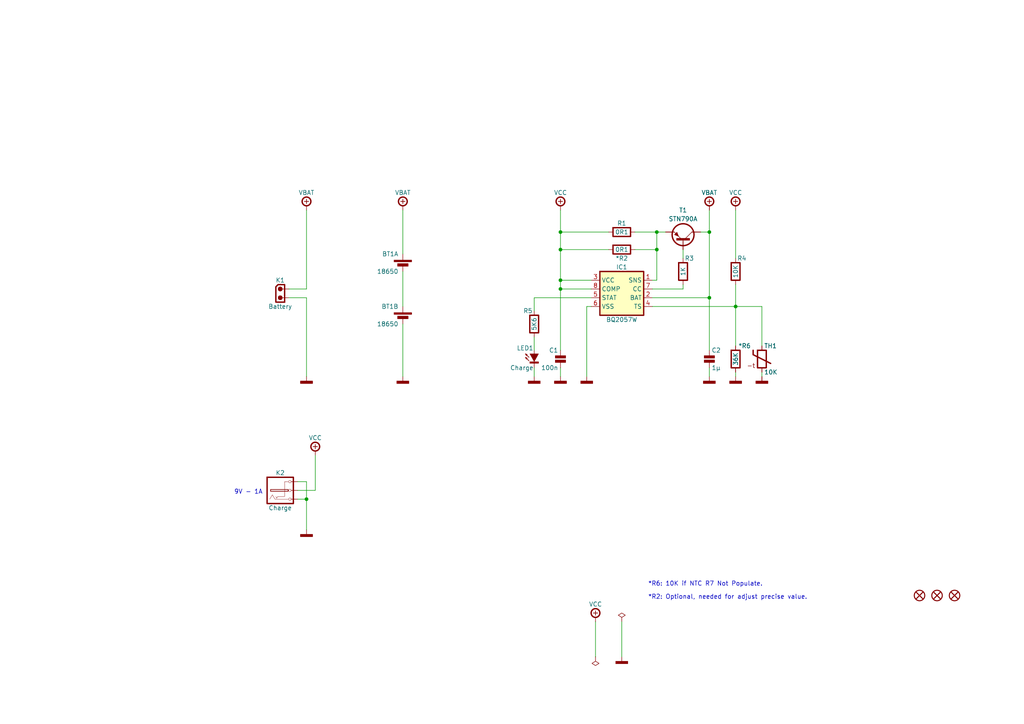
<source format=kicad_sch>
(kicad_sch (version 20210126) (generator eeschema)
  (paper "A4")
  (title_block (title "Charger 2x18650") (date "01/2021") (rev "A") (comment 1 "TBOT - Charger"))
  (lib_symbols
    (symbol "power:PWR_FLAG" (power) (pin_numbers hide) (pin_names (offset 0) hide)
      (property "Value" "PWR_FLAG" (at 0 3.81 0))
      (symbol "PWR_FLAG_0_0"
        (pin power_out line (at 0 0 90) (length 0) (name "pwr") (number "1"))
      )
      (symbol "PWR_FLAG_0_1"
        (polyline (pts (xy 0 0) (xy 0 1.27) (xy -1.016 1.905) (xy 0 2.54) (xy 1.016 1.905) (xy 0 1.27)))
      )
    )
    (symbol "tronixALL:BQ2057W" (pin_names (offset 0.5))
      (property "Reference" "IC" (at 0 7.62 0))
      (property "Value" "BQ2057W" (at 0 -7.62 0))
      (symbol "BQ2057W_0_1"
        (rectangle (start -6.35 -6.35) (end 6.35 6.35) (stroke (width 0.4)) (fill (type background)))
      )
      (symbol "BQ2057W_1_1"
        (pin power_in line (at -8.89 -3.81 0) (length 2.54) (name "VSS") (number "6"))
        (pin power_in line (at -8.89 3.81 0) (length 2.54) (name "VCC") (number "3"))
        (pin open_collector line (at -8.89 -1.27 0) (length 2.54) (name "STAT") (number "5"))
        (pin power_out line (at 8.89 -1.27 180) (length 2.54) (name "BAT") (number "2"))
        (pin input line (at -8.89 1.27 0) (length 2.54) (name "COMP") (number "8"))
        (pin input line (at 8.89 -3.81 180) (length 2.54) (name "TS") (number "4"))
        (pin input line (at 8.89 3.81 180) (length 2.54) (name "SNS") (number "1"))
        (pin output line (at 8.89 1.27 180) (length 2.54) (name "CC") (number "7"))
      )
    )
    (symbol "tronixALL:C" (pin_numbers hide) (pin_names (offset 0) hide)
      (property "Reference" "C" (at 0.635 2.54 0))
      (property "Value" "C" (at 0.635 -2.54 0))
      (symbol "C_0_1"
        (rectangle (start -1.524 -0.254) (end 1.524 -1.016) (stroke (width 0.001)) (fill (type outline)))
        (rectangle (start -1.524 1.016) (end 1.524 0.254) (stroke (width 0.001)) (fill (type outline)))
      )
      (symbol "C_1_1"
        (pin passive line (at 0 2.54 270) (length 1.905) (name "~") (number "1"))
        (pin passive line (at 0 -2.54 90) (length 1.905) (name "~") (number "2"))
      )
    )
    (symbol "tronixALL:CUI-PJ-102AH" (pin_numbers hide) (pin_names (offset 0) hide)
      (property "Reference" "K" (at 0 5.08 0))
      (property "Value" "CUI-PJ-102AH" (at 0 -5.08 0))
      (symbol "CUI-PJ-102AH_0_1"
        (circle (center 2.794 2.54) (radius 0.3592) (stroke (width 0.0006)))
        (circle (center 2.794 0) (radius 0.3592) (stroke (width 0.0006)))
        (circle (center 2.794 -2.54) (radius 0.3592) (stroke (width 0.0006)))
        (rectangle (start -3.81 -3.81) (end 3.81 3.81) (stroke (width 0.4)))
        (rectangle (start -2.794 0.254) (end 2.286 -0.254) (stroke (width 0.2)))
        (polyline (pts (xy -3.048 -2.54) (xy -2.286 -1.27) (xy -1.524 -2.54) (xy 2.286 -2.54)) (stroke (width 0.0006)))
        (polyline (pts (xy -1.27 -1.778) (xy -1.016 -2.286) (xy -0.762 -1.778) (xy 1.27 -1.778) (xy 1.27 2.54) (xy 2.286 2.54)) (stroke (width 0.0006)))
      )
      (symbol "CUI-PJ-102AH_1_1"
        (pin passive line (at 5.08 0 180) (length 1.905) (name "~") (number "1"))
        (pin passive line (at 5.08 -2.54 180) (length 1.905) (name "~") (number "2"))
        (pin passive line (at 5.08 2.54 180) (length 1.905) (name "~") (number "3"))
      )
    )
    (symbol "tronixALL:GND" (power) (pin_numbers hide) (pin_names (offset 0) hide)
      (property "Value" "GND" (at 0 -3.81 0))
      (symbol "GND_0_1"
        (rectangle (start -1.778 -2.032) (end 1.778 -1.27) (stroke (width 0.001)) (fill (type outline)))
      )
      (symbol "GND_1_1"
        (pin power_in line (at 0 0 270) (length 1.27) (name "GND") (number "1"))
      )
    )
    (symbol "tronixALL:KEYSTONE-1049" (pin_numbers hide) (pin_names (offset 0) hide)
      (property "Reference" "BT" (at -1.27 2.54 0))
      (property "Value" "KEYSTONE-1049" (at -1.27 -2.54 0))
      (symbol "KEYSTONE-1049_0_1"
        (rectangle (start -2.54 0.762) (end 2.54 0.254) (fill (type outline)))
        (rectangle (start -1.524 -0.254) (end 1.524 -1.016) (fill (type outline)))
      )
      (symbol "KEYSTONE-1049_1_1"
        (pin passive line (at 0 2.54 270) (length 1.905) (name "+") (number "2"))
        (pin passive line (at 0 -2.54 90) (length 1.905) (name "-") (number "1"))
      )
      (symbol "KEYSTONE-1049_2_1"
        (pin passive line (at 0 2.54 270) (length 1.905) (name "+") (number "4"))
        (pin passive line (at 0 -2.54 90) (length 1.905) (name "-") (number "3"))
      )
    )
    (symbol "tronixALL:LED" (pin_numbers hide) (pin_names (offset 0) hide)
      (property "Reference" "LED" (at 0 -2.54 0))
      (property "Value" "LED" (at 0 -5.08 0))
      (symbol "LED_0_1"
        (rectangle (start -1.27 1.27) (end -0.762 -1.27) (stroke (width 0.001)) (fill (type outline)))
        (polyline (pts (xy 1.524 -1.27) (xy 1.524 1.27) (xy -0.762 0) (xy 1.524 -1.27)) (stroke (width 0.001)) (fill (type outline)))
        (polyline (pts (xy 0.508 1.524) (xy 1.524 2.54) (xy 1.27 2.032) (xy 1.016 2.286) (xy 1.524 2.54)) (stroke (width 0.2)))
        (polyline (pts (xy -0.508 1.524) (xy 0.508 2.54) (xy 0.254 2.032) (xy 0 2.286) (xy 0.508 2.54)) (stroke (width 0.2)))
      )
      (symbol "LED_1_1"
        (pin passive line (at -2.54 0 0) (length 1.27) (name "K") (number "1"))
        (pin passive line (at 2.54 0 180) (length 1.27) (name "A") (number "2"))
      )
    )
    (symbol "tronixALL:MOLEX-5267-02" (pin_numbers hide) (pin_names (offset 0) hide)
      (property "Reference" "K" (at 0 2.54 0))
      (property "Value" "MOLEX-5267-02" (at 0 -5.08 0))
      (symbol "MOLEX-5267-02_0_1"
        (circle (center 0 -2.54) (radius 0.635) (stroke (width 0.001)) (fill (type outline)))
        (circle (center 0 0) (radius 0.635) (stroke (width 0.001)) (fill (type outline)))
        (polyline (pts (xy -1.27 -3.81) (xy 1.27 -3.81) (xy 1.27 0.635) (xy 0.635 1.27) (xy -1.27 1.27) (xy -1.27 -3.81)) (stroke (width 0.4)))
      )
      (symbol "MOLEX-5267-02_1_1"
        (pin passive line (at -2.54 0 0) (length 1.905) (name "2") (number "2"))
        (pin passive line (at -2.54 -2.54 0) (length 1.905) (name "1") (number "1"))
      )
    )
    (symbol "tronixALL:MOUNTING-HOLE-MASK-3MM" (pin_numbers hide) (pin_names (offset 0) hide) (in_bom no)
      (symbol "MOUNTING-HOLE-MASK-3MM_0_1"
        (circle (center 0 0) (radius 1.524) (stroke (width 0.3)))
        (polyline (pts (xy -1.016 -1.016) (xy 1.016 1.016)) (stroke (width 0.3)))
        (polyline (pts (xy 1.016 -1.016) (xy -1.016 1.016)) (stroke (width 0.3)))
      )
    )
    (symbol "tronixALL:R" (pin_numbers hide) (pin_names (offset 0) hide)
      (property "Reference" "R" (at 2.54 0 90))
      (property "Value" "R" (at 0 0 90))
      (symbol "R_0_1"
        (rectangle (start -1.27 -2.54) (end 1.27 2.54) (stroke (width 0.4)))
      )
      (symbol "R_1_1"
        (pin passive line (at 0 3.81 270) (length 1.27) (name "~") (number "1"))
        (pin passive line (at 0 -3.81 90) (length 1.27) (name "~") (number "2"))
      )
    )
    (symbol "tronixALL:STN790A" (pin_numbers hide) (pin_names (offset 0) hide)
      (property "Reference" "T" (at 5.08 1.27 0))
      (property "Value" "STN790A" (at 5.08 -1.27 0))
      (symbol "STN790A_0_1"
        (circle (center 1.778 0) (radius 3.175) (stroke (width 0.4)))
        (rectangle (start 0.127 1.905) (end 0.762 -1.905) (stroke (width 0.001)) (fill (type outline)))
        (polyline (pts (xy 0.635 0.635) (xy 2.54 2.54)))
        (polyline (pts (xy 0.635 -0.635) (xy 2.54 -2.54) (xy 2.54 -2.54)))
        (polyline (pts (xy 1.27 -1.27) (xy 2.54 -1.778) (xy 1.778 -2.54) (xy 1.27 -1.27)) (stroke (width 0.001)) (fill (type outline)))
      )
      (symbol "STN790A_1_1"
        (pin input line (at -2.54 0 0) (length 2.54) (name "B") (number "1"))
        (pin passive line (at 2.54 5.08 270) (length 2.54) (name "C") (number "2"))
        (pin passive line (at 2.54 -5.08 90) (length 2.54) (name "E") (number "3"))
      )
    )
    (symbol "tronixALL:THERMISTOR_NTC" (pin_numbers hide) (pin_names (offset 0) hide)
      (property "Reference" "TH" (at 1.27 3.81 0))
      (property "Value" "THERMISTOR_NTC" (at 1.27 -3.81 0))
      (symbol "THERMISTOR_NTC_0_0"
        (text "-t" (at -1.905 -1.905 0) (effects (font (size 1.27 1.27)) (justify right)))
      )
      (symbol "THERMISTOR_NTC_0_1"
        (rectangle (start -1.27 -2.54) (end 1.27 2.54) (stroke (width 0.4)))
        (polyline (pts (xy -2.54 2.54) (xy -2.54 1.27) (xy 2.54 -1.27)) (stroke (width 0.4)))
      )
      (symbol "THERMISTOR_NTC_1_1"
        (pin passive line (at 0 3.81 270) (length 1.27) (name "~") (number "1"))
        (pin passive line (at 0 -3.81 90) (length 1.27) (name "~") (number "2"))
      )
    )
    (symbol "tronixALL:VBAT" (power) (pin_numbers hide) (pin_names (offset 0) hide)
      (property "Value" "VBAT" (at 0 5.08 0))
      (symbol "VBAT_0_1"
        (circle (center 0 2.54) (radius 1.27) (stroke (width 0.4)))
        (polyline (pts (xy 0 1.905) (xy 0 3.175)) (stroke (width 0.2)))
        (polyline (pts (xy -0.635 2.54) (xy 0.635 2.54)) (stroke (width 0.2)))
      )
      (symbol "VBAT_1_1"
        (pin power_in line (at 0 0 90) (length 1.27) (name "VBAT") (number "1"))
      )
    )
    (symbol "tronixALL:VCC" (power) (pin_numbers hide) (pin_names (offset 0) hide)
      (property "Value" "VCC" (at 0 5.08 0))
      (symbol "VCC_0_1"
        (circle (center 0 2.54) (radius 1.27) (stroke (width 0.4)))
        (polyline (pts (xy 0 1.905) (xy 0 3.175)) (stroke (width 0.2)))
        (polyline (pts (xy -0.635 2.54) (xy 0.635 2.54)) (stroke (width 0.2)))
      )
      (symbol "VCC_1_1"
        (pin power_in line (at 0 0 90) (length 1.27) (name "VCC") (number "1"))
      )
    )
  )
  (junction (at 88.9 144.78) (diameter 0.9144))
  (junction (at 162.56 67.31) (diameter 0.9144))
  (junction (at 162.56 72.39) (diameter 0.9144))
  (junction (at 162.56 81.28) (diameter 0.9144))
  (junction (at 162.56 83.82) (diameter 0.9144))
  (junction (at 190.5 67.31) (diameter 0.9144))
  (junction (at 190.5 72.39) (diameter 0.9144))
  (junction (at 205.74 67.31) (diameter 0.9144))
  (junction (at 205.74 86.36) (diameter 0.9144))
  (junction (at 213.36 88.9) (diameter 0.9144))
  (wire (pts (xy 83.82 83.82) (xy 88.9 83.82)))
  (wire (pts (xy 83.82 86.36) (xy 88.9 86.36)))
  (wire (pts (xy 86.36 139.7) (xy 88.9 139.7)))
  (wire (pts (xy 86.36 142.24) (xy 91.44 142.24)))
  (wire (pts (xy 86.36 144.78) (xy 88.9 144.78)))
  (wire (pts (xy 88.9 60.96) (xy 88.9 83.82)))
  (wire (pts (xy 88.9 86.36) (xy 88.9 109.22)))
  (wire (pts (xy 88.9 139.7) (xy 88.9 144.78)))
  (wire (pts (xy 88.9 144.78) (xy 88.9 153.67)))
  (wire (pts (xy 91.44 142.24) (xy 91.44 132.08)))
  (wire (pts (xy 116.84 60.96) (xy 116.84 73.66)))
  (wire (pts (xy 116.84 78.74) (xy 116.84 88.9)))
  (wire (pts (xy 116.84 93.98) (xy 116.84 109.22)))
  (wire (pts (xy 154.94 86.36) (xy 171.45 86.36)))
  (wire (pts (xy 154.94 90.17) (xy 154.94 86.36)))
  (wire (pts (xy 154.94 97.79) (xy 154.94 101.6)))
  (wire (pts (xy 154.94 106.68) (xy 154.94 109.22)))
  (wire (pts (xy 162.56 60.96) (xy 162.56 67.31)))
  (wire (pts (xy 162.56 67.31) (xy 162.56 72.39)))
  (wire (pts (xy 162.56 67.31) (xy 176.53 67.31)))
  (wire (pts (xy 162.56 72.39) (xy 162.56 81.28)))
  (wire (pts (xy 162.56 72.39) (xy 176.53 72.39)))
  (wire (pts (xy 162.56 81.28) (xy 162.56 83.82)))
  (wire (pts (xy 162.56 83.82) (xy 162.56 101.6)))
  (wire (pts (xy 162.56 83.82) (xy 171.45 83.82)))
  (wire (pts (xy 162.56 106.68) (xy 162.56 109.22)))
  (wire (pts (xy 170.18 88.9) (xy 170.18 109.22)))
  (wire (pts (xy 171.45 81.28) (xy 162.56 81.28)))
  (wire (pts (xy 171.45 88.9) (xy 170.18 88.9)))
  (wire (pts (xy 172.72 180.34) (xy 172.72 190.5)))
  (wire (pts (xy 180.34 180.34) (xy 180.34 190.5)))
  (wire (pts (xy 184.15 67.31) (xy 190.5 67.31)))
  (wire (pts (xy 184.15 72.39) (xy 190.5 72.39)))
  (wire (pts (xy 189.23 81.28) (xy 190.5 81.28)))
  (wire (pts (xy 189.23 83.82) (xy 198.12 83.82)))
  (wire (pts (xy 189.23 86.36) (xy 205.74 86.36)))
  (wire (pts (xy 189.23 88.9) (xy 213.36 88.9)))
  (wire (pts (xy 190.5 67.31) (xy 193.04 67.31)))
  (wire (pts (xy 190.5 72.39) (xy 190.5 67.31)))
  (wire (pts (xy 190.5 81.28) (xy 190.5 72.39)))
  (wire (pts (xy 198.12 72.39) (xy 198.12 74.93)))
  (wire (pts (xy 198.12 83.82) (xy 198.12 82.55)))
  (wire (pts (xy 203.2 67.31) (xy 205.74 67.31)))
  (wire (pts (xy 205.74 67.31) (xy 205.74 60.96)))
  (wire (pts (xy 205.74 86.36) (xy 205.74 67.31)))
  (wire (pts (xy 205.74 86.36) (xy 205.74 101.6)))
  (wire (pts (xy 205.74 106.68) (xy 205.74 109.22)))
  (wire (pts (xy 213.36 60.96) (xy 213.36 74.93)))
  (wire (pts (xy 213.36 82.55) (xy 213.36 88.9)))
  (wire (pts (xy 213.36 88.9) (xy 213.36 100.33)))
  (wire (pts (xy 213.36 107.95) (xy 213.36 109.22)))
  (wire (pts (xy 220.98 88.9) (xy 213.36 88.9)))
  (wire (pts (xy 220.98 88.9) (xy 220.98 100.33)))
  (wire (pts (xy 220.98 107.95) (xy 220.98 109.22)))
  (text "9V - 1A" (at 76.2 143.51 180) (effects (font (size 1.27 1.27)) (justify right bottom)))
  (text "*R6: 10K if NTC R7 Not Populate." (at 187.96 170.18 0) (effects (font (size 1.27 1.27)) (justify left bottom)))
  (text "*R2: Optional, needed for adjust precise value." (at 187.96 173.99 0) (effects (font (size 1.27 1.27)) (justify left bottom)))
  (symbol (lib_id "power:PWR_FLAG") (at 172.72 190.5 180) (unit 1)
    (property "Reference" "#FLG02" (effects hide))
    (property "Value" "PWR_FLAG" (effects hide))
  )
  (symbol (lib_id "power:PWR_FLAG") (at 180.34 180.34 0) (unit 1)
    (property "Reference" "#FLG01" (effects hide))
    (property "Value" "PWR_FLAG" (effects hide))
  )
  (symbol (lib_id "tronixALL:GND") (at 88.9 109.22 0) (unit 1)
    (property "Reference" "#PWR06" (effects hide))
    (property "Value" "GND" (effects hide))
  )
  (symbol (lib_id "tronixALL:GND") (at 88.9 153.67 0) (unit 1)
    (property "Reference" "#PWR015" (effects hide))
    (property "Value" "GND" (effects hide))
  )
  (symbol (lib_id "tronixALL:GND") (at 116.84 109.22 0) (unit 1)
    (property "Reference" "#PWR07" (effects hide))
    (property "Value" "GND" (effects hide))
  )
  (symbol (lib_id "tronixALL:GND") (at 154.94 109.22 0) (unit 1)
    (property "Reference" "#PWR08" (effects hide))
    (property "Value" "GND" (effects hide))
  )
  (symbol (lib_id "tronixALL:GND") (at 162.56 109.22 0) (unit 1)
    (property "Reference" "#PWR09" (effects hide))
    (property "Value" "GND" (effects hide))
  )
  (symbol (lib_id "tronixALL:GND") (at 170.18 109.22 0) (unit 1)
    (property "Reference" "#PWR010" (effects hide))
    (property "Value" "GND" (effects hide))
  )
  (symbol (lib_id "tronixALL:GND") (at 180.34 190.5 0) (unit 1)
    (property "Reference" "#PWR017" (effects hide))
    (property "Value" "GND" (effects hide))
  )
  (symbol (lib_id "tronixALL:GND") (at 205.74 109.22 0) (unit 1)
    (property "Reference" "#PWR011" (effects hide))
    (property "Value" "GND" (effects hide))
  )
  (symbol (lib_id "tronixALL:GND") (at 213.36 109.22 0) (unit 1)
    (property "Reference" "#PWR012" (effects hide))
    (property "Value" "GND" (effects hide))
  )
  (symbol (lib_id "tronixALL:GND") (at 220.98 109.22 0) (unit 1)
    (property "Reference" "#PWR013" (effects hide))
    (property "Value" "GND" (effects hide))
  )
  (symbol (lib_id "tronixALL:MOUNTING-HOLE-MASK-3MM") (at 266.7 172.72 0) (unit 1)
    (property "Reference" "H1" (effects hide))
    (property "Value" "MOUNTING-HOLE-MASK-3MM" (effects hide))
    (property "Footprint" "tronixALL:M3-MASK" (effects hide))
  )
  (symbol (lib_id "tronixALL:MOUNTING-HOLE-MASK-3MM") (at 271.78 172.72 0) (unit 1)
    (property "Reference" "H2" (effects hide))
    (property "Value" "MOUNTING-HOLE-MASK-3MM" (effects hide))
    (property "Footprint" "tronixALL:M3-MASK" (effects hide))
  )
  (symbol (lib_id "tronixALL:MOUNTING-HOLE-MASK-3MM") (at 276.86 172.72 0) (unit 1)
    (property "Reference" "H3" (effects hide))
    (property "Value" "MOUNTING-HOLE-MASK-3MM" (effects hide))
    (property "Footprint" "tronixALL:M3-MASK" (effects hide))
  )
  (symbol (lib_id "tronixALL:VBAT") (at 88.9 60.96 0) (unit 1)
    (property "Reference" "#PWR01" (effects hide))
    (property "Value" "VBAT" (at 88.9 55.88 0))
  )
  (symbol (lib_id "tronixALL:VCC") (at 91.44 132.08 0) (unit 1)
    (property "Reference" "#PWR014" (effects hide))
    (property "Value" "VCC" (at 91.44 127 0))
  )
  (symbol (lib_id "tronixALL:VBAT") (at 116.84 60.96 0) (unit 1)
    (property "Reference" "#PWR02" (effects hide))
    (property "Value" "VBAT" (at 116.84 55.88 0))
  )
  (symbol (lib_id "tronixALL:VCC") (at 162.56 60.96 0) (unit 1)
    (property "Reference" "#PWR03" (effects hide))
    (property "Value" "VCC" (at 162.56 55.88 0))
  )
  (symbol (lib_id "tronixALL:VCC") (at 172.72 180.34 0) (unit 1)
    (property "Reference" "#PWR016" (effects hide))
    (property "Value" "VCC" (at 172.72 175.26 0))
  )
  (symbol (lib_id "tronixALL:VBAT") (at 205.74 60.96 0) (unit 1)
    (property "Reference" "#PWR04" (effects hide))
    (property "Value" "VBAT" (at 205.74 55.88 0))
  )
  (symbol (lib_id "tronixALL:VCC") (at 213.36 60.96 0) (unit 1)
    (property "Reference" "#PWR05" (effects hide))
    (property "Value" "VCC" (at 213.36 55.88 0))
  )
  (symbol (lib_id "tronixALL:C") (at 162.56 104.14 0) (unit 1)
    (property "Reference" "C1" (at 161.925 101.6 0) (effects (justify right)))
    (property "Value" "100n" (at 161.925 106.68 0) (effects (justify right)))
    (property "Footprint" "tronixALL:CAPACITOR_1206" (effects hide))
  )
  (symbol (lib_id "tronixALL:C") (at 205.74 104.14 0) (unit 1)
    (property "Reference" "C2" (at 206.375 101.6 0) (effects (justify left)))
    (property "Value" "1µ" (at 206.375 106.68 0) (effects (justify left)))
    (property "Footprint" "tronixALL:CAPACITOR_1206" (effects hide))
  )
  (symbol (lib_id "tronixALL:LED") (at 154.94 104.14 90) (unit 1)
    (property "Reference" "LED1" (at 149.86 100.965 90) (effects (justify right)))
    (property "Value" "Charge" (at 147.955 106.68 90) (effects (justify right)))
    (property "Footprint" "tronixALL:LED_1206" (effects hide))
  )
  (symbol (lib_id "tronixALL:MOLEX-5267-02") (at 81.28 83.82 0) (mirror y) (unit 1)
    (property "Reference" "K1" (at 81.28 81.28 0))
    (property "Value" "Battery" (at 81.28 88.9 0))
    (property "Footprint" "tronixALL:MOLEX-5267-02" (effects hide))
    (property "Datasheet" "https://www.molex.com/molex/products/part-detail/pcb_headers/0022057025" (effects hide))
  )
  (symbol (lib_id "tronixALL:R") (at 154.94 93.98 180) (unit 1)
    (property "Reference" "R5" (at 151.765 90.17 0) (effects (justify right)))
    (property "Value" "5K6" (at 154.94 93.98 90))
    (property "Footprint" "tronixALL:RESISTOR_1206" (effects hide))
  )
  (symbol (lib_id "tronixALL:R") (at 180.34 67.31 90) (unit 1)
    (property "Reference" "R1" (at 180.34 64.77 90))
    (property "Value" "0R1" (at 180.34 67.31 90))
    (property "Footprint" "tronixALL:RESISTOR_1210" (effects hide))
  )
  (symbol (lib_id "tronixALL:R") (at 180.34 72.39 90) (unit 1)
    (property "Reference" "*R2" (at 180.34 74.93 90))
    (property "Value" "0R1" (at 180.34 72.39 90))
    (property "Footprint" "tronixALL:RESISTOR_1210" (effects hide))
  )
  (symbol (lib_id "tronixALL:R") (at 198.12 78.74 180) (unit 1)
    (property "Reference" "R3" (at 201.295 74.93 0) (effects (justify left)))
    (property "Value" "1K" (at 198.12 78.74 90))
    (property "Footprint" "tronixALL:RESISTOR_1206" (effects hide))
  )
  (symbol (lib_id "tronixALL:R") (at 213.36 78.74 180) (unit 1)
    (property "Reference" "R4" (at 216.535 74.93 0) (effects (justify left)))
    (property "Value" "10K" (at 213.36 78.74 90))
    (property "Footprint" "tronixALL:RESISTOR_1206" (effects hide))
  )
  (symbol (lib_id "tronixALL:R") (at 213.36 104.14 180) (unit 1)
    (property "Reference" "*R6" (at 217.805 100.33 0) (effects (justify left)))
    (property "Value" "36K" (at 213.36 104.14 90))
    (property "Footprint" "tronixALL:RESISTOR_1206" (effects hide))
  )
  (symbol (lib_id "tronixALL:KEYSTONE-1049") (at 116.84 76.2 0) (unit 1)
    (property "Reference" "BT1" (at 115.57 73.66 0) (effects (justify right)))
    (property "Value" "18650" (at 115.57 78.74 0) (effects (justify right)))
    (property "Footprint" "tronixALL:KEYSTONE-1049" (effects hide))
    (property "Datasheet" "http://www.keyelco.com/product.cfm/product_id/921" (effects hide))
  )
  (symbol (lib_id "tronixALL:KEYSTONE-1049") (at 116.84 91.44 0) (unit 2)
    (property "Reference" "BT1" (at 115.57 88.9 0) (effects (justify right)))
    (property "Value" "18650" (at 115.57 93.98 0) (effects (justify right)))
    (property "Footprint" "tronixALL:KEYSTONE-1049" (effects hide))
    (property "Datasheet" "http://www.keyelco.com/product.cfm/product_id/921" (effects hide))
  )
  (symbol (lib_id "tronixALL:THERMISTOR_NTC") (at 220.98 104.14 0) (unit 1)
    (property "Reference" "TH1" (at 221.615 100.33 0) (effects (justify left)))
    (property "Value" "10K" (at 221.615 107.95 0) (effects (justify left)))
    (property "Footprint" "tronixALL:THERMISTOR" (effects hide))
    (property "Datasheet" "http://www.vishay.com/product?docid=29154" (effects hide))
  )
  (symbol (lib_id "tronixALL:CUI-PJ-102AH") (at 81.28 142.24 0) (unit 1)
    (property "Reference" "K2" (at 81.28 137.16 0))
    (property "Value" "Charge" (at 81.28 147.32 0))
    (property "Footprint" "tronixALL:CUI-PJ-102AH" (effects hide))
    (property "Datasheet" "https://www.cuidevices.com/product/interconnect/connectors/dc-power-connectors/jacks/pj-102ah" (effects hide))
  )
  (symbol (lib_id "tronixALL:STN790A") (at 198.12 69.85 270) (mirror x) (unit 1)
    (property "Reference" "T1" (at 198.12 60.96 90))
    (property "Value" "STN790A" (at 198.12 63.5 90))
    (property "Footprint" "tronixALL:SOT-223-3" (effects hide))
    (property "Datasheet" "https://www.st.com/content/st_com/en/products/power-transistors/power-bipolar/lt-500v-transistors/stn790a.html" (effects hide))
  )
  (symbol (lib_id "tronixALL:BQ2057W") (at 180.34 85.09 0) (unit 1)
    (property "Reference" "IC1" (at 180.34 77.47 0))
    (property "Value" "BQ2057W" (at 180.34 92.71 0))
    (property "Footprint" "tronixALL:SOIC-8" (effects hide))
    (property "Datasheet" "https://www.ti.com/product/BQ2057W" (effects hide))
  )
)
</source>
